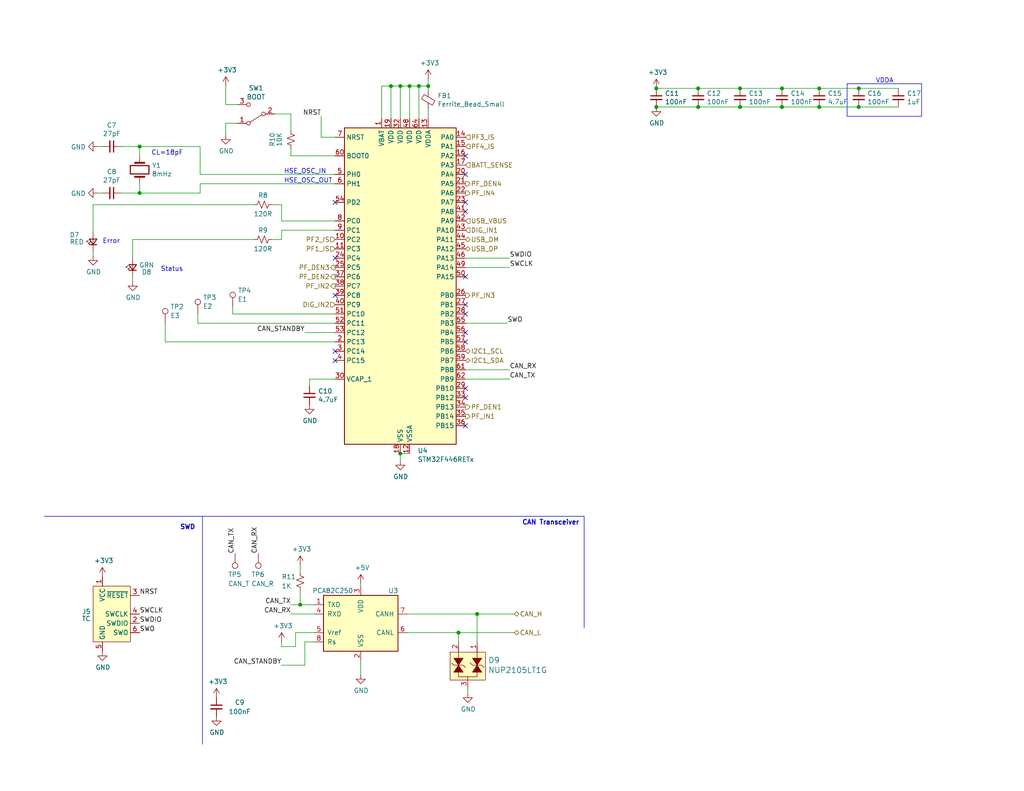
<source format=kicad_sch>
(kicad_sch (version 20231120) (generator "eeschema") (generator_version "8.0")
  (paper "USLetter")
  (title_block (title "dingoPDM-Max") (date "2024-07-06") (rev "v0.1") (comment 3 "github.com/corygrant") (comment 4 "Cory Grant"))
  (lib_symbols
    (symbol "Connector:Conn_ARM_SWD_TagConnect_TC2030-NL" (in_bom no)
      (property "Reference" "J" (at 2.54 11.43 0))
      (property "Value" "Conn_ARM_SWD_TagConnect_TC2030-NL" (at 2.54 8.89 0))
      (symbol "Conn_ARM_SWD_TagConnect_TC2030-NL_0_0"
        (pin power_in line (at -2.54 10.16 270) (length 2.54) (name "VCC") (number "1"))
        (pin bidirectional line (at 7.62 -2.54 180) (length 2.54) (name "SWDIO") (number "2"))
        (pin open_collector line (at 7.62 5.08 180) (length 2.54) (name "~{RESET}") (number "3"))
        (pin output line (at 7.62 0 180) (length 2.54) (name "SWCLK") (number "4"))
        (pin power_in line (at -2.54 -10.16 90) (length 2.54) (name "GND") (number "5"))
        (pin input line (at 7.62 -5.08 180) (length 2.54) (name "SWO") (number "6"))
      )
      (symbol "Conn_ARM_SWD_TagConnect_TC2030-NL_0_1"
        (rectangle (start -5.08 7.62) (end 5.08 -7.62) (fill (type background)))
      )
    )
    (symbol "Connector:TestPoint" (pin_numbers hide) (pin_names (offset 0.762) hide)
      (property "Reference" "TP" (at 0 6.858 0))
      (property "Value" "TestPoint" (at 0 5.08 0))
      (symbol "TestPoint_0_1"
        (circle (center 0 3.302) (radius 0.762))
      )
      (symbol "TestPoint_1_1"
        (pin passive line (at 0 0 90) (length 2.54) (name "1") (number "1"))
      )
    )
    (symbol "Device:C_Small" (pin_numbers hide) (pin_names (offset 0.254) hide)
      (property "Reference" "C" (at 0.254 1.778 0))
      (property "Value" "C_Small" (at 0.254 -2.032 0))
      (symbol "C_Small_0_1"
        (polyline (pts (xy -1.524 -0.508) (xy 1.524 -0.508)) (stroke (width 0.3302)))
        (polyline (pts (xy -1.524 0.508) (xy 1.524 0.508)) (stroke (width 0.3048)))
      )
      (symbol "C_Small_1_1"
        (pin passive line (at 0 2.54 270) (length 2.032) (name "~") (number "1"))
        (pin passive line (at 0 -2.54 90) (length 2.032) (name "~") (number "2"))
      )
    )
    (symbol "Device:Crystal" (pin_numbers hide) (pin_names (offset 1.016) hide)
      (property "Reference" "Y" (at 0 3.81 0))
      (property "Value" "Crystal" (at 0 -3.81 0))
      (symbol "Crystal_0_1"
        (rectangle (start -1.143 2.54) (end 1.143 -2.54) (stroke (width 0.3048)))
        (polyline (pts (xy -2.54 0) (xy -1.905 0)))
        (polyline (pts (xy -1.905 -1.27) (xy -1.905 1.27)) (stroke (width 0.508)))
        (polyline (pts (xy 1.905 -1.27) (xy 1.905 1.27)) (stroke (width 0.508)))
        (polyline (pts (xy 2.54 0) (xy 1.905 0)))
      )
      (symbol "Crystal_1_1"
        (pin passive line (at -3.81 0 0) (length 1.27) (name "1") (number "1"))
        (pin passive line (at 3.81 0 180) (length 1.27) (name "2") (number "2"))
      )
    )
    (symbol "Device:Ferrite_Bead_Small" (pin_numbers hide) (pin_names (offset 0))
      (property "Reference" "FB" (at 1.905 1.27 0))
      (property "Value" "Device_Ferrite_Bead_Small" (at 1.905 -1.27 0))
      (symbol "Ferrite_Bead_Small_0_1"
        (polyline (pts (xy 0 -1.27) (xy 0 -0.7874)))
        (polyline (pts (xy 0 0.889) (xy 0 1.2954)))
        (polyline (pts (xy -1.8288 0.2794) (xy -1.1176 1.4986) (xy 1.8288 -0.2032) (xy 1.1176 -1.4224) (xy -1.8288 0.2794)))
      )
      (symbol "Ferrite_Bead_Small_1_1"
        (pin passive line (at 0 2.54 270) (length 1.27) (name "~") (number "1"))
        (pin passive line (at 0 -2.54 90) (length 1.27) (name "~") (number "2"))
      )
    )
    (symbol "Device:LED_Small" (pin_numbers hide) (pin_names (offset 0.254) hide)
      (property "Reference" "D" (at -1.27 3.175 0))
      (property "Value" "LED_Small" (at -4.445 -2.54 0))
      (symbol "LED_Small_0_1"
        (polyline (pts (xy -0.762 -1.016) (xy -0.762 1.016)) (stroke (width 0.254)))
        (polyline (pts (xy 1.016 0) (xy -0.762 0)))
        (polyline (pts (xy 0.762 -1.016) (xy -0.762 0) (xy 0.762 1.016) (xy 0.762 -1.016)) (stroke (width 0.254)))
        (polyline (pts (xy 0 0.762) (xy -0.508 1.27) (xy -0.254 1.27) (xy -0.508 1.27) (xy -0.508 1.016)))
        (polyline (pts (xy 0.508 1.27) (xy 0 1.778) (xy 0.254 1.778) (xy 0 1.778) (xy 0 1.524)))
      )
      (symbol "LED_Small_1_1"
        (pin passive line (at -2.54 0 0) (length 1.778) (name "K") (number "1"))
        (pin passive line (at 2.54 0 180) (length 1.778) (name "A") (number "2"))
      )
    )
    (symbol "Device:R_Small_US" (pin_numbers hide) (pin_names (offset 0.254) hide)
      (property "Reference" "R" (at 0.762 0.508 0))
      (property "Value" "R_Small_US" (at 0.762 -1.016 0))
      (symbol "R_Small_US_1_1"
        (polyline (pts (xy 0 0) (xy 1.016 -0.381) (xy 0 -0.762) (xy -1.016 -1.143) (xy 0 -1.524)))
        (polyline (pts (xy 0 1.524) (xy 1.016 1.143) (xy 0 0.762) (xy -1.016 0.381) (xy 0 0)))
        (pin passive line (at 0 2.54 270) (length 1.016) (name "~") (number "1"))
        (pin passive line (at 0 -2.54 90) (length 1.016) (name "~") (number "2"))
      )
    )
    (symbol "Interface_CAN_LIN:MCP2551-I-SN" (pin_names (offset 1.016))
      (property "Reference" "U" (at -10.16 8.89 0))
      (property "Value" "MCP2551-I-SN" (at 2.54 8.89 0))
      (symbol "MCP2551-I-SN_0_1"
        (rectangle (start -10.16 7.62) (end 10.16 -7.62) (stroke (width 0.254)) (fill (type background)))
      )
      (symbol "MCP2551-I-SN_1_1"
        (pin input line (at -12.7 5.08 0) (length 2.54) (name "TXD") (number "1"))
        (pin power_in line (at 0 -10.16 90) (length 2.54) (name "VSS") (number "2"))
        (pin power_in line (at 0 10.16 270) (length 2.54) (name "VDD") (number "3"))
        (pin output line (at -12.7 2.54 0) (length 2.54) (name "RXD") (number "4"))
        (pin power_out line (at -12.7 -2.54 0) (length 2.54) (name "Vref") (number "5"))
        (pin bidirectional line (at 12.7 -2.54 180) (length 2.54) (name "CANL") (number "6"))
        (pin bidirectional line (at 12.7 2.54 180) (length 2.54) (name "CANH") (number "7"))
        (pin input line (at -12.7 -5.08 0) (length 2.54) (name "Rs") (number "8"))
      )
    )
    (symbol "MCU_ST_STM32F4:STM32F446RETx"
      (property "Reference" "U" (at -15.24 44.45 0))
      (property "Value" "STM32F446RETx" (at 10.16 44.45 0))
      (symbol "STM32F446RETx_0_1"
        (rectangle (start -15.24 -43.18) (end 15.24 43.18) (stroke (width 0.254)) (fill (type background)))
      )
      (symbol "STM32F446RETx_1_1"
        (pin power_in line (at -5.08 45.72 270) (length 2.54) (name "VBAT") (number "1"))
        (pin bidirectional line (at -17.78 12.7 0) (length 2.54) (name "PC2") (number "10"))
        (pin bidirectional line (at -17.78 10.16 0) (length 2.54) (name "PC3") (number "11"))
        (pin power_in line (at 2.54 -45.72 90) (length 2.54) (name "VSSA") (number "12"))
        (pin power_in line (at 7.62 45.72 270) (length 2.54) (name "VDDA") (number "13"))
        (pin bidirectional line (at 17.78 40.64 180) (length 2.54) (name "PA0") (number "14"))
        (pin bidirectional line (at 17.78 38.1 180) (length 2.54) (name "PA1") (number "15"))
        (pin bidirectional line (at 17.78 35.56 180) (length 2.54) (name "PA2") (number "16"))
        (pin bidirectional line (at 17.78 33.02 180) (length 2.54) (name "PA3") (number "17"))
        (pin power_in line (at 0 -45.72 90) (length 2.54) (name "VSS") (number "18"))
        (pin power_in line (at -2.54 45.72 270) (length 2.54) (name "VDD") (number "19"))
        (pin bidirectional line (at -17.78 -15.24 0) (length 2.54) (name "PC13") (number "2"))
        (pin bidirectional line (at 17.78 30.48 180) (length 2.54) (name "PA4") (number "20"))
        (pin bidirectional line (at 17.78 27.94 180) (length 2.54) (name "PA5") (number "21"))
        (pin bidirectional line (at 17.78 25.4 180) (length 2.54) (name "PA6") (number "22"))
        (pin bidirectional line (at 17.78 22.86 180) (length 2.54) (name "PA7") (number "23"))
        (pin bidirectional line (at -17.78 7.62 0) (length 2.54) (name "PC4") (number "24"))
        (pin bidirectional line (at -17.78 5.08 0) (length 2.54) (name "PC5") (number "25"))
        (pin bidirectional line (at 17.78 -2.54 180) (length 2.54) (name "PB0") (number "26"))
        (pin bidirectional line (at 17.78 -5.08 180) (length 2.54) (name "PB1") (number "27"))
        (pin bidirectional line (at 17.78 -7.62 180) (length 2.54) (name "PB2") (number "28"))
        (pin bidirectional line (at 17.78 -27.94 180) (length 2.54) (name "PB10") (number "29"))
        (pin bidirectional line (at -17.78 -17.78 0) (length 2.54) (name "PC14") (number "3"))
        (pin power_out line (at -17.78 -25.4 0) (length 2.54) (name "VCAP_1") (number "30"))
        (pin passive line (at 0 -45.72 90) (length 2.54) hide (name "VSS") (number "31"))
        (pin power_in line (at 0 45.72 270) (length 2.54) (name "VDD") (number "32"))
        (pin bidirectional line (at 17.78 -30.48 180) (length 2.54) (name "PB12") (number "33"))
        (pin bidirectional line (at 17.78 -33.02 180) (length 2.54) (name "PB13") (number "34"))
        (pin bidirectional line (at 17.78 -35.56 180) (length 2.54) (name "PB14") (number "35"))
        (pin bidirectional line (at 17.78 -38.1 180) (length 2.54) (name "PB15") (number "36"))
        (pin bidirectional line (at -17.78 2.54 0) (length 2.54) (name "PC6") (number "37"))
        (pin bidirectional line (at -17.78 0 0) (length 2.54) (name "PC7") (number "38"))
        (pin bidirectional line (at -17.78 -2.54 0) (length 2.54) (name "PC8") (number "39"))
        (pin bidirectional line (at -17.78 -20.32 0) (length 2.54) (name "PC15") (number "4"))
        (pin bidirectional line (at -17.78 -5.08 0) (length 2.54) (name "PC9") (number "40"))
        (pin bidirectional line (at 17.78 20.32 180) (length 2.54) (name "PA8") (number "41"))
        (pin bidirectional line (at 17.78 17.78 180) (length 2.54) (name "PA9") (number "42"))
        (pin bidirectional line (at 17.78 15.24 180) (length 2.54) (name "PA10") (number "43"))
        (pin bidirectional line (at 17.78 12.7 180) (length 2.54) (name "PA11") (number "44"))
        (pin bidirectional line (at 17.78 10.16 180) (length 2.54) (name "PA12") (number "45"))
        (pin bidirectional line (at 17.78 7.62 180) (length 2.54) (name "PA13") (number "46"))
        (pin passive line (at 0 -45.72 90) (length 2.54) hide (name "VSS") (number "47"))
        (pin power_in line (at 2.54 45.72 270) (length 2.54) (name "VDD") (number "48"))
        (pin bidirectional line (at 17.78 5.08 180) (length 2.54) (name "PA14") (number "49"))
        (pin bidirectional line (at -17.78 30.48 0) (length 2.54) (name "PH0") (number "5"))
        (pin bidirectional line (at 17.78 2.54 180) (length 2.54) (name "PA15") (number "50"))
        (pin bidirectional line (at -17.78 -7.62 0) (length 2.54) (name "PC10") (number "51"))
        (pin bidirectional line (at -17.78 -10.16 0) (length 2.54) (name "PC11") (number "52"))
        (pin bidirectional line (at -17.78 -12.7 0) (length 2.54) (name "PC12") (number "53"))
        (pin bidirectional line (at -17.78 22.86 0) (length 2.54) (name "PD2") (number "54"))
        (pin bidirectional line (at 17.78 -10.16 180) (length 2.54) (name "PB3") (number "55"))
        (pin bidirectional line (at 17.78 -12.7 180) (length 2.54) (name "PB4") (number "56"))
        (pin bidirectional line (at 17.78 -15.24 180) (length 2.54) (name "PB5") (number "57"))
        (pin bidirectional line (at 17.78 -17.78 180) (length 2.54) (name "PB6") (number "58"))
        (pin bidirectional line (at 17.78 -20.32 180) (length 2.54) (name "PB7") (number "59"))
        (pin bidirectional line (at -17.78 27.94 0) (length 2.54) (name "PH1") (number "6"))
        (pin input line (at -17.78 35.56 0) (length 2.54) (name "BOOT0") (number "60"))
        (pin bidirectional line (at 17.78 -22.86 180) (length 2.54) (name "PB8") (number "61"))
        (pin bidirectional line (at 17.78 -25.4 180) (length 2.54) (name "PB9") (number "62"))
        (pin passive line (at 0 -45.72 90) (length 2.54) hide (name "VSS") (number "63"))
        (pin power_in line (at 5.08 45.72 270) (length 2.54) (name "VDD") (number "64"))
        (pin input line (at -17.78 40.64 0) (length 2.54) (name "NRST") (number "7"))
        (pin bidirectional line (at -17.78 17.78 0) (length 2.54) (name "PC0") (number "8"))
        (pin bidirectional line (at -17.78 15.24 0) (length 2.54) (name "PC1") (number "9"))
      )
    )
    (symbol "Switch:SW_SPDT" (pin_names (offset 0) hide)
      (property "Reference" "SW" (at 0 4.318 0))
      (property "Value" "SW_SPDT" (at 0 -5.08 0))
      (symbol "SW_SPDT_0_0"
        (circle (center -2.032 0) (radius 0.508))
        (circle (center 2.032 -2.54) (radius 0.508))
      )
      (symbol "SW_SPDT_0_1"
        (polyline (pts (xy -1.524 0.254) (xy 1.651 2.286)))
        (circle (center 2.032 2.54) (radius 0.508))
      )
      (symbol "SW_SPDT_1_1"
        (pin passive line (at 5.08 2.54 180) (length 2.54) (name "A") (number "1"))
        (pin passive line (at -5.08 0 0) (length 2.54) (name "B") (number "2"))
        (pin passive line (at 5.08 -2.54 180) (length 2.54) (name "C") (number "3"))
      )
    )
    (symbol "dk_TVS-Diodes:NUP2105LT1G" (pin_names (offset 1.016))
      (property "Reference" "D" (at -4.826 5.842 0))
      (property "Value" "NUP2105LT1G" (at 0 -6.35 0))
      (symbol "NUP2105LT1G_0_1"
        (polyline (pts (xy -6.35 -2.54) (xy -3.175 -2.54)))
        (polyline (pts (xy -3.175 2.54) (xy -6.35 2.54)))
        (polyline (pts (xy -1.27 -3.81) (xy -1.905 -4.445)))
        (polyline (pts (xy -1.27 -1.27) (xy -1.27 -3.81)))
        (polyline (pts (xy -1.27 -1.27) (xy -0.635 -0.635)))
        (polyline (pts (xy -1.27 1.27) (xy -1.905 0.635)))
        (polyline (pts (xy -1.27 3.81) (xy -1.27 1.27)))
        (polyline (pts (xy -1.27 3.81) (xy -0.635 4.445)))
        (polyline (pts (xy -3.175 -1.27) (xy -3.175 -3.81) (xy -1.27 -2.54) (xy -3.175 -1.27)) (fill (type outline)))
        (polyline (pts (xy -3.175 3.81) (xy -3.175 1.27) (xy -1.27 2.54) (xy -3.175 3.81)) (fill (type outline)))
        (polyline (pts (xy 0.635 -1.27) (xy 0.635 -3.81) (xy -1.27 -2.54) (xy 0.635 -1.27)) (fill (type outline)))
        (polyline (pts (xy 0.635 3.81) (xy 0.635 1.27) (xy -1.27 2.54) (xy 0.635 3.81)) (fill (type outline)))
      )
      (symbol "NUP2105LT1G_1_1"
        (rectangle (start -4.826 4.826) (end 2.794 -4.826) (fill (type background)))
        (polyline (pts (xy 1.8796 -2.54) (xy 0.4064 -2.54)))
        (polyline (pts (xy 2.54 0) (xy 1.8796 0)))
        (polyline (pts (xy -1.27 2.54) (xy 1.8796 2.54) (xy 1.8796 -2.54)))
        (pin passive line (at -7.62 2.54 0) (length 2.54) (name "~") (number "1"))
        (pin passive line (at -7.62 -2.54 0) (length 2.54) (name "~") (number "2"))
        (pin passive line (at 5.08 0 180) (length 2.54) (name "~") (number "3"))
      )
    )
    (symbol "power:+3V3" (power) (pin_names (offset 0))
      (property "Value" "+3V3" (at 0 3.556 0))
      (symbol "+3V3_0_1"
        (polyline (pts (xy -0.762 1.27) (xy 0 2.54)))
        (polyline (pts (xy 0 0) (xy 0 2.54)))
        (polyline (pts (xy 0 2.54) (xy 0.762 1.27)))
      )
      (symbol "+3V3_1_1"
        (pin power_in line (at 0 0 90) (length 0) hide (name "+3V3") (number "1"))
      )
    )
    (symbol "power:+5V" (power) (pin_names (offset 0))
      (property "Value" "+5V" (at 0 3.556 0))
      (symbol "+5V_0_1"
        (polyline (pts (xy -0.762 1.27) (xy 0 2.54)))
        (polyline (pts (xy 0 0) (xy 0 2.54)))
        (polyline (pts (xy 0 2.54) (xy 0.762 1.27)))
      )
      (symbol "+5V_1_1"
        (pin power_in line (at 0 0 90) (length 0) hide (name "+5V") (number "1"))
      )
    )
    (symbol "power:GND" (power) (pin_names (offset 0))
      (property "Value" "GND" (at 0 -3.81 0))
      (symbol "GND_0_1"
        (polyline (pts (xy 0 0) (xy 0 -1.27) (xy 1.27 -1.27) (xy 0 -2.54) (xy -1.27 -1.27) (xy 0 -1.27)))
      )
      (symbol "GND_1_1"
        (pin power_in line (at 0 0 270) (length 0) hide (name "GND") (number "1"))
      )
    )
  )
  (junction (at 190.5 29.21))
  (junction (at 81.915 165.1))
  (junction (at 38.1 40.005))
  (junction (at 223.52 24.13))
  (junction (at 213.36 29.21))
  (junction (at 125.095 172.72))
  (junction (at 201.93 24.13))
  (junction (at 223.52 29.21))
  (junction (at 213.36 24.13))
  (junction (at 234.315 29.21))
  (junction (at 234.315 24.13))
  (junction (at 201.93 29.21))
  (junction (at 38.1 52.705))
  (junction (at 109.22 123.825))
  (junction (at 116.84 23.495))
  (junction (at 130.175 167.64))
  (junction (at 111.76 23.495))
  (junction (at 179.07 29.21))
  (junction (at 179.07 24.13))
  (junction (at 106.68 23.495))
  (junction (at 109.22 23.495))
  (junction (at 190.5 24.13))
  (junction (at 114.3 23.495))
  (no_connect (at 127 42.545))
  (no_connect (at 127 85.725))
  (no_connect (at 127 106.045))
  (no_connect (at 91.44 70.485))
  (no_connect (at 127 57.785))
  (no_connect (at 127 116.205))
  (no_connect (at 91.44 80.645))
  (no_connect (at 127 75.565))
  (no_connect (at 127 108.585))
  (no_connect (at 127 55.245))
  (no_connect (at 91.44 95.885))
  (no_connect (at 127 47.625))
  (no_connect (at 127 93.345))
  (no_connect (at 127 83.185))
  (no_connect (at 127 90.805))
  (no_connect (at 91.44 98.425))
  (no_connect (at 91.44 55.245))
  (wire (pts (xy 190.5 24.13) (xy 201.93 24.13)))
  (wire (pts (xy 179.07 29.21) (xy 190.5 29.21)))
  (wire (pts (xy 79.375 42.545) (xy 79.375 40.64)))
  (wire (pts (xy 83.185 175.26) (xy 83.185 181.61)))
  (polyline (pts (xy 159.385 140.97) (xy 159.385 171.45)))
  (wire (pts (xy 106.68 23.495) (xy 109.22 23.495)))
  (wire (pts (xy 190.5 29.21) (xy 201.93 29.21)))
  (wire (pts (xy 98.425 159.385) (xy 98.425 160.02)))
  (wire (pts (xy 81.915 161.29) (xy 81.915 165.1)))
  (polyline (pts (xy 251.46 22.86) (xy 251.46 31.75)))
  (wire (pts (xy 91.44 103.505) (xy 84.455 103.505)))
  (wire (pts (xy 234.315 24.13) (xy 245.11 24.13)))
  (wire (pts (xy 234.315 29.21) (xy 245.11 29.21)))
  (wire (pts (xy 111.125 167.64) (xy 130.175 167.64)))
  (wire (pts (xy 109.22 23.495) (xy 109.22 32.385)))
  (wire (pts (xy 74.93 31.115) (xy 79.375 31.115)))
  (wire (pts (xy 127 70.485) (xy 139.065 70.485)))
  (wire (pts (xy 69.215 55.88) (xy 25.4 55.88)))
  (wire (pts (xy 114.3 23.495) (xy 114.3 32.385)))
  (wire (pts (xy 116.84 21.59) (xy 116.84 23.495)))
  (wire (pts (xy 36.195 76.835) (xy 36.195 75.565)))
  (wire (pts (xy 116.84 29.845) (xy 116.84 32.385)))
  (wire (pts (xy 38.1 40.005) (xy 54.61 40.005)))
  (wire (pts (xy 76.835 176.53) (xy 76.835 175.26)))
  (wire (pts (xy 64.77 33.655) (xy 61.595 33.655)))
  (wire (pts (xy 127.635 189.23) (xy 127.635 187.96)))
  (wire (pts (xy 114.3 23.495) (xy 116.84 23.495)))
  (wire (pts (xy 54.61 47.625) (xy 54.61 40.005)))
  (wire (pts (xy 76.835 60.325) (xy 76.835 55.88)))
  (wire (pts (xy 79.375 167.64) (xy 85.725 167.64)))
  (wire (pts (xy 127 100.965) (xy 139.065 100.965)))
  (wire (pts (xy 83.185 181.61) (xy 76.835 181.61)))
  (wire (pts (xy 54.61 50.165) (xy 54.61 52.705)))
  (polyline (pts (xy 231.14 22.86) (xy 251.46 22.86)))
  (wire (pts (xy 213.36 29.21) (xy 223.52 29.21)))
  (wire (pts (xy 111.76 23.495) (xy 111.76 32.385)))
  (wire (pts (xy 83.185 90.805) (xy 91.44 90.805)))
  (wire (pts (xy 38.1 42.545) (xy 38.1 40.005)))
  (wire (pts (xy 85.725 175.26) (xy 83.185 175.26)))
  (wire (pts (xy 201.93 24.13) (xy 213.36 24.13)))
  (polyline (pts (xy 231.14 31.75) (xy 231.14 22.86)))
  (wire (pts (xy 213.36 24.13) (xy 223.52 24.13)))
  (wire (pts (xy 179.07 24.13) (xy 190.5 24.13)))
  (wire (pts (xy 81.915 165.1) (xy 85.725 165.1)))
  (wire (pts (xy 61.595 33.655) (xy 61.595 36.83)))
  (wire (pts (xy 91.44 37.465) (xy 87.63 37.465)))
  (wire (pts (xy 87.63 37.465) (xy 87.63 31.75)))
  (wire (pts (xy 79.375 35.56) (xy 79.375 31.115)))
  (wire (pts (xy 111.76 23.495) (xy 114.3 23.495)))
  (wire (pts (xy 38.1 52.705) (xy 54.61 52.705)))
  (wire (pts (xy 33.02 52.705) (xy 38.1 52.705)))
  (wire (pts (xy 54.61 50.165) (xy 91.44 50.165)))
  (wire (pts (xy 80.645 172.72) (xy 80.645 176.53)))
  (wire (pts (xy 127 103.505) (xy 139.065 103.505)))
  (wire (pts (xy 79.375 165.1) (xy 81.915 165.1)))
  (wire (pts (xy 91.44 88.265) (xy 53.975 88.265)))
  (wire (pts (xy 91.44 47.625) (xy 54.61 47.625)))
  (wire (pts (xy 76.835 65.405) (xy 74.295 65.405)))
  (wire (pts (xy 76.835 62.865) (xy 76.835 65.405)))
  (wire (pts (xy 98.425 184.15) (xy 98.425 180.34)))
  (wire (pts (xy 91.44 42.545) (xy 79.375 42.545)))
  (wire (pts (xy 104.14 23.495) (xy 106.68 23.495)))
  (wire (pts (xy 76.835 55.88) (xy 74.295 55.88)))
  (wire (pts (xy 38.1 40.005) (xy 33.02 40.005)))
  (wire (pts (xy 125.095 175.26) (xy 125.095 172.72)))
  (wire (pts (xy 84.455 103.505) (xy 84.455 105.41)))
  (wire (pts (xy 25.4 55.88) (xy 25.4 63.5)))
  (wire (pts (xy 63.5 85.725) (xy 63.5 83.82)))
  (wire (pts (xy 91.44 85.725) (xy 63.5 85.725)))
  (polyline (pts (xy 251.46 31.75) (xy 231.14 31.75)))
  (wire (pts (xy 91.44 60.325) (xy 76.835 60.325)))
  (wire (pts (xy 109.22 23.495) (xy 111.76 23.495)))
  (wire (pts (xy 45.085 93.345) (xy 45.085 88.265)))
  (wire (pts (xy 106.68 23.495) (xy 106.68 32.385)))
  (wire (pts (xy 223.52 24.13) (xy 234.315 24.13)))
  (wire (pts (xy 127 73.025) (xy 139.065 73.025)))
  (wire (pts (xy 64.77 28.575) (xy 61.595 28.575)))
  (wire (pts (xy 25.4 69.85) (xy 25.4 68.58)))
  (wire (pts (xy 91.44 62.865) (xy 76.835 62.865)))
  (wire (pts (xy 26.67 52.705) (xy 27.94 52.705)))
  (polyline (pts (xy 55.245 140.97) (xy 55.245 203.2)))
  (wire (pts (xy 91.44 93.345) (xy 45.085 93.345)))
  (wire (pts (xy 53.975 88.265) (xy 53.975 85.725)))
  (wire (pts (xy 61.595 28.575) (xy 61.595 23.495)))
  (wire (pts (xy 27.94 40.005) (xy 26.67 40.005)))
  (wire (pts (xy 85.725 172.72) (xy 80.645 172.72)))
  (wire (pts (xy 81.915 154.305) (xy 81.915 156.21)))
  (wire (pts (xy 111.76 123.825) (xy 109.22 123.825)))
  (wire (pts (xy 69.215 65.405) (xy 36.195 65.405)))
  (wire (pts (xy 38.1 50.165) (xy 38.1 52.705)))
  (polyline (pts (xy 12.065 140.97) (xy 159.385 140.97)))
  (wire (pts (xy 109.22 123.825) (xy 109.22 125.73)))
  (wire (pts (xy 201.93 29.21) (xy 213.36 29.21)))
  (wire (pts (xy 116.84 23.495) (xy 116.84 24.765)))
  (wire (pts (xy 127 88.265) (xy 138.43 88.265)))
  (wire (pts (xy 36.195 65.405) (xy 36.195 70.485)))
  (wire (pts (xy 130.175 175.26) (xy 130.175 167.64)))
  (wire (pts (xy 125.095 172.72) (xy 140.335 172.72)))
  (wire (pts (xy 80.645 176.53) (xy 76.835 176.53)))
  (wire (pts (xy 111.125 172.72) (xy 125.095 172.72)))
  (wire (pts (xy 223.52 29.21) (xy 234.315 29.21)))
  (wire (pts (xy 130.175 167.64) (xy 140.335 167.64)))
  (wire (pts (xy 104.14 32.385) (xy 104.14 23.495)))
  (text "SWD" (at 53.34 144.78 0) (effects (font (size 1.27 1.27) (thickness 0.254) (bold yes)) (justify right bottom)))
  (text "Error" (at 27.94 66.675 0) (effects (font (size 1.27 1.27)) (justify left bottom)))
  (text "CAN Transceiver" (at 158.115 143.51 0) (effects (font (size 1.27 1.27) (thickness 0.254) (bold yes)) (justify right bottom)))
  (text "HSE_OSC_IN" (at 77.47 47.625 0) (effects (font (size 1.27 1.27)) (justify left bottom)))
  (text "CL=18pF" (at 41.275 42.545 0) (effects (font (size 1.27 1.27)) (justify left bottom)))
  (text "HSE_OSC_OUT" (at 77.47 50.165 0) (effects (font (size 1.27 1.27)) (justify left bottom)))
  (text "VDDA" (at 243.84 22.86 0) (effects (font (size 1.27 1.27)) (justify right bottom)))
  (text "Status" (at 43.815 74.295 0) (effects (font (size 1.27 1.27)) (justify left bottom)))
  (label "CAN_TX" (at 64.135 151.13 90))
  (label "NRST" (at 87.63 31.75 180))
  (label "SWDIO" (at 139.065 70.485 0))
  (label "SWCLK" (at 38.1 167.64 0))
  (label "SWCLK" (at 139.065 73.025 0))
  (label "SWDIO" (at 38.1 170.18 0))
  (label "CAN_TX" (at 79.375 165.1 180))
  (label "SWO" (at 138.43 88.265 0))
  (label "CAN_STANDBY" (at 76.835 181.61 180))
  (label "CAN_STANDBY" (at 83.185 90.805 180))
  (label "CAN_RX" (at 79.375 167.64 180))
  (label "SWO" (at 38.1 172.72 0))
  (label "CAN_TX" (at 139.065 103.505 0))
  (label "NRST" (at 38.1 162.56 0))
  (label "CAN_RX" (at 139.065 100.965 0))
  (label "CAN_RX" (at 70.485 151.13 90))
  (hierarchical_label "PF_DEN4" (shape output) (at 127 50.165 0))
  (hierarchical_label "PF_IN1" (shape output) (at 127 113.665 0))
  (hierarchical_label "PF_DEN1" (shape output) (at 127 111.125 0))
  (hierarchical_label "BATT_SENSE" (shape input) (at 127 45.085 0))
  (hierarchical_label "PF4_IS" (shape input) (at 127 40.005 0))
  (hierarchical_label "PF_IN2" (shape output) (at 91.44 78.105 180))
  (hierarchical_label "DIG_IN1" (shape input) (at 127 62.865 0))
  (hierarchical_label "CAN_L" (shape bidirectional) (at 140.335 172.72 0))
  (hierarchical_label "DIG_IN2" (shape input) (at 91.44 83.185 180))
  (hierarchical_label "USB_DM" (shape bidirectional) (at 127 65.405 0))
  (hierarchical_label "CAN_H" (shape bidirectional) (at 140.335 167.64 0))
  (hierarchical_label "PF_DEN2" (shape output) (at 91.44 75.565 180))
  (hierarchical_label "PF_IN3" (shape output) (at 127 80.645 0))
  (hierarchical_label "PF_IN4" (shape output) (at 127 52.705 0))
  (hierarchical_label "PF1_IS" (shape input) (at 91.44 67.945 180))
  (hierarchical_label "PF_DEN3" (shape output) (at 91.44 73.025 180))
  (hierarchical_label "USB_DP" (shape bidirectional) (at 127 67.945 0))
  (hierarchical_label "I2C1_SDA" (shape bidirectional) (at 127 98.425 0))
  (hierarchical_label "I2C1_SCL" (shape bidirectional) (at 127 95.885 0))
  (hierarchical_label "USB_VBUS" (shape input) (at 127 60.325 0))
  (hierarchical_label "PF2_IS" (shape input) (at 91.44 65.405 180))
  (hierarchical_label "PF3_IS" (shape input) (at 127 37.465 0))
  (symbol (lib_id "Device:Crystal") (at 38.1 46.355 270) (unit 1)
    (property "Reference" "Y1" (at 41.4274 45.1866 90) (effects (justify left)))
    (property "Value" "8mHz" (at 41.4274 47.498 90) (effects (justify left)))
    (property "Footprint" "Crystals_Modify:Crystal_SMD_5032-2Pin_5.0x3.2mm_HandSoldering" (effects (hide yes)))
    (property "Digi-Key_PN" "535-10630-1-ND" (effects (hide yes)))
    (property "LCSC" "C144380" (effects (hide yes)))
  )
  (symbol (lib_id "Device:C_Small") (at 30.48 40.005 270) (unit 1)
    (property "Reference" "C7" (at 30.48 34.1884 90))
    (property "Value" "27pF" (at 30.48 36.4998 90))
    (property "Footprint" "Capacitor_SMD:C_0805_2012Metric" (effects (hide yes)))
    (property "Digi-Key_PN" "478-10518-1-ND" (effects (hide yes)))
    (property "LCSC" "C1808" (effects (hide yes)))
  )
  (symbol (lib_id "Device:C_Small") (at 30.48 52.705 270) (unit 1)
    (property "Reference" "C8" (at 30.48 46.8884 90))
    (property "Value" "27pF" (at 30.48 49.1998 90))
    (property "Footprint" "Capacitor_SMD:C_0805_2012Metric" (effects (hide yes)))
    (property "Digi-Key_PN" "478-10518-1-ND" (effects (hide yes)))
    (property "LCSC" "C1808" (effects (hide yes)))
  )
  (symbol (lib_id "power:GND") (at 26.67 52.705 270) (unit 1)
    (property "Reference" "#PWR028" (effects (hide yes)))
    (property "Value" "GND" (at 23.4188 52.832 90) (effects (justify right)))
  )
  (symbol (lib_id "power:GND") (at 26.67 40.005 270) (unit 1)
    (property "Reference" "#PWR027" (effects (hide yes)))
    (property "Value" "GND" (at 23.4188 40.132 90) (effects (justify right)))
  )
  (symbol (lib_id "Device:Ferrite_Bead_Small") (at 116.84 27.305 0) (unit 1)
    (property "Reference" "FB1" (at 119.38 26.1366 0) (effects (justify left)))
    (property "Value" "Ferrite_Bead_Small" (at 119.38 28.448 0) (effects (justify left)))
    (property "Footprint" "Resistor_SMD:R_0805_2012Metric" (effects (hide yes)))
    (property "Digi-Key_PN" "490-1054-1-ND" (effects (hide yes)))
    (property "LCSC" "C85840" (effects (hide yes)))
  )
  (symbol (lib_id "Device:R_Small_US") (at 79.375 38.1 0) (unit 1)
    (property "Reference" "R10" (at 74.295 38.1 90))
    (property "Value" "10K" (at 76.2 38.1 90))
    (property "Footprint" "Resistor_SMD:R_0805_2012Metric" (effects (hide yes)))
    (property "Digi-Key_PN" "311-10.0KCRDKR-ND" (effects (hide yes)))
    (property "LCSC" "C17414" (effects (hide yes)))
  )
  (symbol (lib_id "power:+5V") (at 98.425 159.385 0) (unit 1)
    (property "Reference" "#PWR039" (effects (hide yes)))
    (property "Value" "+5V" (at 98.806 154.9908 0))
  )
  (symbol (lib_id "Device:C_Small") (at 190.5 26.67 0) (unit 1)
    (property "Reference" "C12" (at 192.8368 25.5016 0) (effects (justify left)))
    (property "Value" "100nF" (at 192.8368 27.813 0) (effects (justify left)))
    (property "Footprint" "Capacitor_SMD:C_0805_2012Metric" (effects (hide yes)))
    (property "Digi-Key_PN" "478-1395-1-ND" (effects (hide yes)))
    (property "LCSC" "C49678" (effects (hide yes)))
  )
  (symbol (lib_id "Device:C_Small") (at 201.93 26.67 0) (unit 1)
    (property "Reference" "C13" (at 204.2668 25.5016 0) (effects (justify left)))
    (property "Value" "100nF" (at 204.2668 27.813 0) (effects (justify left)))
    (property "Footprint" "Capacitor_SMD:C_0805_2012Metric" (effects (hide yes)))
    (property "Digi-Key_PN" "478-1395-1-ND" (effects (hide yes)))
    (property "LCSC" "C49678" (effects (hide yes)))
  )
  (symbol (lib_id "Device:C_Small") (at 213.36 26.67 0) (unit 1)
    (property "Reference" "C14" (at 215.6968 25.5016 0) (effects (justify left)))
    (property "Value" "100nF" (at 215.6968 27.813 0) (effects (justify left)))
    (property "Footprint" "Capacitor_SMD:C_0805_2012Metric" (effects (hide yes)))
    (property "Digi-Key_PN" "478-1395-1-ND" (effects (hide yes)))
    (property "LCSC" "C49678" (effects (hide yes)))
  )
  (symbol (lib_id "Device:C_Small") (at 223.52 26.67 0) (unit 1)
    (property "Reference" "C15" (at 225.8568 25.5016 0) (effects (justify left)))
    (property "Value" "4.7uF" (at 225.8568 27.813 0) (effects (justify left)))
    (property "Footprint" "Capacitor_SMD:C_0805_2012Metric" (effects (hide yes)))
    (property "Digi-Key_PN" "1276-2873-1-ND" (effects (hide yes)))
    (property "LCSC" "C1779" (effects (hide yes)))
  )
  (symbol (lib_id "Device:C_Small") (at 245.11 26.67 0) (unit 1)
    (property "Reference" "C17" (at 247.4468 25.5016 0) (effects (justify left)))
    (property "Value" "1uF" (at 247.4468 27.813 0) (effects (justify left)))
    (property "Footprint" "Capacitor_SMD:C_0805_2012Metric" (effects (hide yes)))
    (property "Digi-Key_PN" "311-1365-1-ND" (effects (hide yes)))
    (property "LCSC" "C28323" (effects (hide yes)))
  )
  (symbol (lib_id "power:GND") (at 179.07 29.21 0) (unit 1)
    (property "Reference" "#PWR045" (effects (hide yes)))
    (property "Value" "GND" (at 179.197 33.6042 0))
  )
  (symbol (lib_id "power:GND") (at 61.595 36.83 0) (unit 1)
    (property "Reference" "#PWR035" (effects (hide yes)))
    (property "Value" "GND" (at 61.722 41.2242 0))
  )
  (symbol (lib_id "power:GND") (at 27.94 177.8 0) (unit 1)
    (property "Reference" "#PWR030" (effects (hide yes)))
    (property "Value" "GND" (at 28.067 182.1942 0))
  )
  (symbol (lib_id "power:+3V3") (at 27.94 157.48 0) (unit 1)
    (property "Reference" "#PWR029" (effects (hide yes)))
    (property "Value" "+3V3" (at 28.321 153.0858 0))
  )
  (symbol (lib_id "power:+3V3") (at 116.84 21.59 0) (unit 1)
    (property "Reference" "#PWR042" (effects (hide yes)))
    (property "Value" "+3V3" (at 117.221 17.1958 0))
  )
  (symbol (lib_id "power:+3V3") (at 179.07 24.13 0) (unit 1)
    (property "Reference" "#PWR044" (effects (hide yes)))
    (property "Value" "+3V3" (at 179.451 19.7358 0))
  )
  (symbol (lib_id "Interface_CAN_LIN:MCP2551-I-SN") (at 98.425 170.18 0) (unit 1)
    (property "Reference" "U3" (at 107.315 161.29 0))
    (property "Value" "PCA82C250" (at 90.805 161.29 0))
    (property "Footprint" "Package_SO:SOIC-8_3.9x4.9mm_P1.27mm" (effects (hide yes)))
    (property "Digi-Key_PN" "568-10316-1-ND" (effects (hide yes)))
    (property "LCSC" "C7439" (effects (hide yes)))
  )
  (symbol (lib_id "dk_TVS-Diodes:NUP2105LT1G") (at 127.635 182.88 270) (unit 1)
    (property "Reference" "D9" (at 133.1722 180.2638 90) (effects (font (size 1.524 1.524)) (justify left)))
    (property "Value" "NUP2105LT1G" (at 133.1722 182.9562 90) (effects (font (size 1.524 1.524)) (justify left)))
    (property "Footprint" "digikey-footprints:SOT-23-3" (effects (hide yes)))
    (property "Digi-Key_PN" "NUP2105LT1GOSCT-ND" (effects (hide yes)))
    (property "LCSC" "C2976509" (effects (hide yes)))
  )
  (symbol (lib_id "power:GND") (at 98.425 184.15 0) (unit 1)
    (property "Reference" "#PWR040" (effects (hide yes)))
    (property "Value" "GND" (at 98.552 188.5442 0))
  )
  (symbol (lib_id "power:+3V3") (at 76.835 175.26 0) (unit 1)
    (property "Reference" "#PWR036" (effects (hide yes)))
    (property "Value" "+3V3" (at 77.216 170.8658 0))
  )
  (symbol (lib_id "Device:C_Small") (at 59.055 193.04 0) (unit 1)
    (property "Reference" "C9" (at 65.405 191.77 0))
    (property "Value" "100nF" (at 65.405 194.31 0))
    (property "Footprint" "Capacitor_SMD:C_0805_2012Metric" (effects (hide yes)))
    (property "Digi-Key_PN" "478-1395-1-ND" (effects (hide yes)))
    (property "LCSC" "C49678" (effects (hide yes)))
  )
  (symbol (lib_id "power:+3V3") (at 59.055 190.5 0) (unit 1)
    (property "Reference" "#PWR032" (effects (hide yes)))
    (property "Value" "+3V3" (at 59.436 186.1058 0))
  )
  (symbol (lib_id "Device:R_Small_US") (at 81.915 158.75 180) (unit 1)
    (property "Reference" "R11" (at 76.835 157.48 0) (effects (justify right)))
    (property "Value" "1K" (at 76.835 160.02 0) (effects (justify right)))
    (property "Footprint" "Resistor_SMD:R_0805_2012Metric" (effects (hide yes)))
    (property "Digi-Key_PN" "311-1.0KARCT-ND" (effects (hide yes)))
    (property "LCSC" "C17513" (effects (hide yes)))
  )
  (symbol (lib_id "power:GND") (at 59.055 195.58 0) (unit 1)
    (property "Reference" "#PWR033" (effects (hide yes)))
    (property "Value" "GND" (at 59.182 199.9742 0))
  )
  (symbol (lib_id "power:GND") (at 127.635 189.23 0) (unit 1)
    (property "Reference" "#PWR043" (effects (hide yes)))
    (property "Value" "GND" (at 127.762 193.6242 0))
  )
  (symbol (lib_id "power:+3V3") (at 81.915 154.305 0) (unit 1)
    (property "Reference" "#PWR037" (effects (hide yes)))
    (property "Value" "+3V3" (at 82.296 149.9108 0))
  )
  (symbol (lib_id "Device:LED_Small") (at 25.4 66.04 90) (unit 1)
    (property "Reference" "D7" (at 20.32 64.135 90))
    (property "Value" "RED" (at 20.955 66.04 90))
    (property "Footprint" "LED_SMD:LED_0805_2012Metric" (effects (hide yes)))
    (property "Digi-Key_PN" "475-1278-1-ND" (effects (hide yes)))
    (property "LCSC" "C2899997" (effects (hide yes)))
  )
  (symbol (lib_id "Connector:TestPoint") (at 64.135 151.13 180) (unit 1)
    (property "Reference" "TP5" (at 62.23 156.845 0) (effects (justify right)))
    (property "Value" "CAN_T" (at 62.23 159.385 0) (effects (justify right)))
    (property "Footprint" "TestPoint:TestPoint_Keystone_5000-5004_Miniature" (effects (hide yes)))
  )
  (symbol (lib_id "power:GND") (at 36.195 76.835 0) (unit 1)
    (property "Reference" "#PWR031" (effects (hide yes)))
    (property "Value" "GND" (at 36.322 81.2292 0))
  )
  (symbol (lib_id "Switch:SW_SPDT") (at 69.85 31.115 180) (unit 1)
    (property "Reference" "SW1" (at 69.85 24.0497 0))
    (property "Value" "BOOT" (at 69.85 26.4739 0))
    (property "Footprint" "SlideSwitch:CJS-1200TB" (effects (hide yes)))
    (property "Digi-Key_PN" "563-CJS-1200TB1CT-ND" (effects (hide yes)))
    (property "LCSC" "C2921631" (effects (hide yes)))
  )
  (symbol (lib_id "Device:C_Small") (at 179.07 26.67 0) (unit 1)
    (property "Reference" "C11" (at 181.4068 25.5016 0) (effects (justify left)))
    (property "Value" "100nF" (at 181.4068 27.813 0) (effects (justify left)))
    (property "Footprint" "Capacitor_SMD:C_0805_2012Metric" (effects (hide yes)))
    (property "Digi-Key_PN" "478-1395-1-ND" (effects (hide yes)))
    (property "LCSC" "C49678" (effects (hide yes)))
  )
  (symbol (lib_id "power:GND") (at 109.22 125.73 0) (unit 1)
    (property "Reference" "#PWR041" (effects (hide yes)))
    (property "Value" "GND" (at 109.347 130.1242 0))
  )
  (symbol (lib_id "Connector:TestPoint") (at 63.5 83.82 0) (unit 1)
    (property "Reference" "TP4" (at 64.897 79.3059 0) (effects (justify left)))
    (property "Value" "E1" (at 64.897 81.7301 0) (effects (justify left)))
    (property "Footprint" "TestPoint:TestPoint_Keystone_5000-5004_Miniature" (effects (hide yes)))
  )
  (symbol (lib_id "Device:R_Small_US") (at 71.755 65.405 270) (unit 1)
    (property "Reference" "R9" (at 71.755 62.865 90))
    (property "Value" "120R" (at 71.755 67.945 90))
    (property "Footprint" "Resistor_SMD:R_0805_2012Metric" (effects (hide yes)))
    (property "Digi-Key_PN" "311-120CRCT-ND" (effects (hide yes)))
    (property "LCSC" "C229076" (effects (hide yes)))
  )
  (symbol (lib_id "Connector:TestPoint") (at 45.085 88.265 0) (unit 1)
    (property "Reference" "TP2" (at 46.482 83.7509 0) (effects (justify left)))
    (property "Value" "E3" (at 46.482 86.1751 0) (effects (justify left)))
    (property "Footprint" "TestPoint:TestPoint_Keystone_5000-5004_Miniature" (effects (hide yes)))
  )
  (symbol (lib_id "Device:LED_Small") (at 36.195 73.025 90) (unit 1)
    (property "Reference" "D8" (at 40.005 74.295 90))
    (property "Value" "GRN" (at 40.005 72.39 90))
    (property "Footprint" "LED_SMD:LED_0805_2012Metric" (effects (hide yes)))
    (property "Digi-Key_PN" "475-1410-1-ND" (effects (hide yes)))
    (property "LCSC" "C2899888" (effects (hide yes)))
  )
  (symbol (lib_id "power:GND") (at 25.4 69.85 0) (unit 1)
    (property "Reference" "#PWR026" (effects (hide yes)))
    (property "Value" "GND" (at 25.527 74.2442 0))
  )
  (symbol (lib_id "Connector:TestPoint") (at 70.485 151.13 180) (unit 1)
    (property "Reference" "TP6" (at 68.58 156.845 0) (effects (justify right)))
    (property "Value" "CAN_R" (at 68.58 159.385 0) (effects (justify right)))
    (property "Footprint" "TestPoint:TestPoint_Keystone_5000-5004_Miniature" (effects (hide yes)))
  )
  (symbol (lib_id "Connector:TestPoint") (at 53.975 85.725 0) (unit 1)
    (property "Reference" "TP3" (at 55.372 81.2109 0) (effects (justify left)))
    (property "Value" "E2" (at 55.372 83.6351 0) (effects (justify left)))
    (property "Footprint" "TestPoint:TestPoint_Keystone_5000-5004_Miniature" (effects (hide yes)))
  )
  (symbol (lib_id "power:GND") (at 84.455 110.49 0) (unit 1)
    (property "Reference" "#PWR038" (effects (hide yes)))
    (property "Value" "GND" (at 84.582 114.8842 0))
  )
  (symbol (lib_id "Device:C_Small") (at 84.455 107.95 0) (unit 1)
    (property "Reference" "C10" (at 86.7918 106.7816 0) (effects (justify left)))
    (property "Value" "4.7uF" (at 86.7918 109.093 0) (effects (justify left)))
    (property "Footprint" "Capacitor_SMD:C_0805_2012Metric" (effects (hide yes)))
    (property "Digi-Key_PN" "1276-2873-1-ND" (effects (hide yes)))
    (property "LCSC" "C1779" (effects (hide yes)))
  )
  (symbol (lib_id "power:+3V3") (at 61.595 23.495 0) (unit 1)
    (property "Reference" "#PWR034" (effects (hide yes)))
    (property "Value" "+3V3" (at 61.976 19.1008 0))
  )
  (symbol (lib_id "Device:R_Small_US") (at 71.755 55.88 270) (unit 1)
    (property "Reference" "R8" (at 71.755 53.34 90))
    (property "Value" "120R" (at 71.755 58.42 90))
    (property "Footprint" "Resistor_SMD:R_0805_2012Metric" (effects (hide yes)))
    (property "Digi-Key_PN" "311-120CRCT-ND" (effects (hide yes)))
    (property "LCSC" "C229076" (effects (hide yes)))
  )
  (symbol (lib_id "Connector:Conn_ARM_SWD_TagConnect_TC2030-NL") (at 30.48 167.64 0) (unit 1)
    (property "Reference" "J5" (at 24.765 166.9963 0) (effects (justify right)))
    (property "Value" "TC" (at 24.765 168.9173 0) (effects (justify right)))
    (property "Footprint" "Connector:Tag-Connect_TC2030-IDC-NL_2x03_P1.27mm_Vertical" (effects (hide yes)))
  )
  (symbol (lib_id "Device:C_Small") (at 234.315 26.67 0) (unit 1)
    (property "Reference" "C16" (at 236.6518 25.5016 0) (effects (justify left)))
    (property "Value" "100nF" (at 236.6518 27.813 0) (effects (justify left)))
    (property "Footprint" "Capacitor_SMD:C_0805_2012Metric" (effects (hide yes)))
    (property "Digi-Key_PN" "478-1395-1-ND" (effects (hide yes)))
    (property "LCSC" "C49678" (effects (hide yes)))
  )
  (symbol (lib_id "MCU_ST_STM32F4:STM32F446RETx") (at 109.22 78.105 0) (unit 1)
    (property "Reference" "U4" (at 113.9541 123.0051 0) (effects (justify left)))
    (property "Value" "STM32F446RETx" (at 113.9541 125.4293 0) (effects (justify left)))
    (property "Footprint" "Package_QFP:LQFP-64_10x10mm_P0.5mm" (effects (hide yes)))
    (property "Datasheet" "https://www.st.com/resource/en/datasheet/stm32f446re.pdf" (effects (hide yes)))
    (property "Digi-Key_PN" "497-15376-ND" (effects (hide yes)))
    (property "LCSC" "C69336" (effects (hide yes)))
  )
)
</source>
